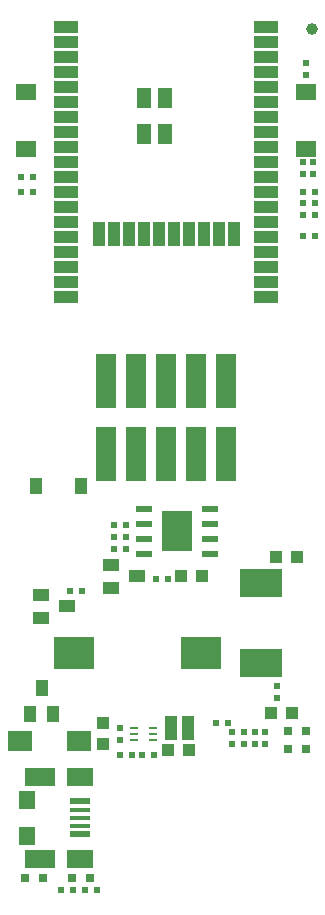
<source format=gbr>
%TF.GenerationSoftware,KiCad,Pcbnew,7.0.9-7.0.9~ubuntu22.04.1*%
%TF.CreationDate,2025-02-21T13:43:35+02:00*%
%TF.ProjectId,ESP32-PoE_Rev_M,45535033-322d-4506-9f45-5f5265765f4d,M*%
%TF.SameCoordinates,PX55f9470PYa244870*%
%TF.FileFunction,Paste,Top*%
%TF.FilePolarity,Positive*%
%FSLAX46Y46*%
G04 Gerber Fmt 4.6, Leading zero omitted, Abs format (unit mm)*
G04 Created by KiCad (PCBNEW 7.0.9-7.0.9~ubuntu22.04.1) date 2025-02-21 13:43:35*
%MOMM*%
%LPD*%
G01*
G04 APERTURE LIST*
G04 Aperture macros list*
%AMOutline4P*
0 Free polygon, 4 corners , with rotation*
0 The origin of the aperture is its center*
0 number of corners: always 4*
0 $1 to $8 corner X, Y*
0 $9 Rotation angle, in degrees counterclockwise*
0 create outline with 4 corners*
4,1,4,$1,$2,$3,$4,$5,$6,$7,$8,$1,$2,$9*%
G04 Aperture macros list end*
%ADD10R,2.100000X1.000000*%
%ADD11R,1.000000X2.100000*%
%ADD12R,1.200000X1.800000*%
%ADD13Outline4P,-0.850000X-2.275000X0.850000X-2.275000X0.850000X2.275000X-0.850000X2.275000X0.000000*%
%ADD14R,1.400000X1.000000*%
%ADD15R,1.000000X1.400000*%
%ADD16R,0.550000X0.500000*%
%ADD17R,0.500000X0.550000*%
%ADD18R,0.800000X0.800000*%
%ADD19R,1.016000X1.016000*%
%ADD20R,1.754000X1.327000*%
%ADD21R,1.100000X2.000000*%
%ADD22C,1.000000*%
%ADD23R,3.600000X2.400000*%
%ADD24R,3.400000X2.800000*%
%ADD25R,2.000000X1.700000*%
%ADD26R,1.400000X1.500000*%
%ADD27R,2.500000X1.500000*%
%ADD28R,2.250000X1.500000*%
%ADD29R,1.700000X0.600000*%
%ADD30R,1.700000X0.400000*%
%ADD31R,0.750000X0.230000*%
%ADD32R,1.400000X0.600000*%
%ADD33R,2.600000X3.500000*%
G04 APERTURE END LIST*
D10*
%TO.C,U6*%
X5490000Y78842000D03*
X5490000Y77572000D03*
X5490000Y76302000D03*
X5490000Y75032000D03*
X5490000Y73762000D03*
X5490000Y72492000D03*
X5490000Y71222000D03*
X5490000Y69952000D03*
X5490000Y68682000D03*
X5490000Y67412000D03*
X5490000Y66142000D03*
X5490000Y64872000D03*
X5490000Y63602000D03*
X5490000Y62332000D03*
X5490000Y61062000D03*
X5490000Y59792000D03*
X5490000Y58522000D03*
X5490000Y57252000D03*
X5490000Y55982000D03*
D11*
X8290000Y61332000D03*
X9560000Y61332000D03*
X10830000Y61332000D03*
D12*
X12090000Y72832000D03*
X12090000Y69832000D03*
D11*
X12100000Y61332000D03*
X13370000Y61332000D03*
D12*
X13890000Y72832000D03*
X13890000Y69832000D03*
D11*
X14640000Y61332000D03*
X15910000Y61332000D03*
X17180000Y61332000D03*
X18450000Y61332000D03*
X19720000Y61332000D03*
D10*
X22490000Y78842000D03*
X22490000Y77572000D03*
X22490000Y76302000D03*
X22490000Y75032000D03*
X22490000Y73762000D03*
X22490000Y72492000D03*
X22490000Y71222000D03*
X22490000Y69952000D03*
X22490000Y68682000D03*
X22490000Y67412000D03*
X22490000Y66142000D03*
X22490000Y64872000D03*
X22490000Y63602000D03*
X22490000Y62332000D03*
X22490000Y61062000D03*
X22490000Y59792000D03*
X22490000Y58522000D03*
X22490000Y57252000D03*
X22490000Y55982000D03*
%TD*%
D13*
%TO.C,UEXT1*%
X19070000Y42692000D03*
X19070000Y48942000D03*
X16530000Y42692000D03*
X16530000Y48942000D03*
X13990000Y42692000D03*
X13990000Y48942000D03*
X11450000Y42692000D03*
X11450000Y48942000D03*
X8910000Y42692000D03*
X8910000Y48942000D03*
%TD*%
D14*
%TO.C,D2*%
X3365000Y30765000D03*
X3365000Y28865000D03*
X5565000Y29815000D03*
%TD*%
D15*
%TO.C,FET2*%
X2499040Y20671000D03*
X4401500Y20671000D03*
X3446460Y22880800D03*
%TD*%
D16*
%TO.C,R48*%
X26436000Y66391000D03*
X26436000Y67407000D03*
%TD*%
%TO.C,R47*%
X25801000Y74773000D03*
X25801000Y75789000D03*
%TD*%
D17*
%TO.C,R39*%
X26563000Y61184000D03*
X25547000Y61184000D03*
%TD*%
%TO.C,R32*%
X1671000Y66137000D03*
X2687000Y66137000D03*
%TD*%
%TO.C,R31*%
X26563000Y63978000D03*
X25547000Y63978000D03*
%TD*%
%TO.C,R4*%
X1671000Y64867000D03*
X2687000Y64867000D03*
%TD*%
%TO.C,R8*%
X8148000Y5812000D03*
X7132000Y5812000D03*
%TD*%
D18*
%TO.C,CHRG1*%
X7513000Y6828000D03*
X5989000Y6828000D03*
%TD*%
D17*
%TO.C,R5*%
X5100000Y5812000D03*
X6116000Y5812000D03*
%TD*%
D16*
%TO.C,R13*%
X21483000Y19147000D03*
X21483000Y18131000D03*
%TD*%
D17*
%TO.C,R44*%
X25547000Y62962000D03*
X26563000Y62962000D03*
%TD*%
D16*
%TO.C,R25*%
X23388000Y22068000D03*
X23388000Y23084000D03*
%TD*%
D19*
%TO.C,C21*%
X24683400Y20798000D03*
X22905400Y20798000D03*
%TD*%
%TO.C,C22*%
X15895000Y17623000D03*
X14117000Y17623000D03*
%TD*%
D17*
%TO.C,R33*%
X13101000Y32101000D03*
X14117000Y32101000D03*
%TD*%
D14*
%TO.C,FET1*%
X9326560Y33304960D03*
X9326560Y31402500D03*
X11536360Y32357540D03*
%TD*%
D15*
%TO.C,D9*%
X6746000Y39975000D03*
X2946000Y39975000D03*
%TD*%
D19*
%TO.C,C12*%
X17038000Y32355000D03*
X15260000Y32355000D03*
%TD*%
D20*
%TO.C,RST1*%
X2171000Y73353000D03*
X2171000Y68573000D03*
%TD*%
D17*
%TO.C,C23*%
X9545000Y35657000D03*
X10561000Y35657000D03*
%TD*%
%TO.C,R34*%
X10561000Y36673000D03*
X9545000Y36673000D03*
%TD*%
%TO.C,R38*%
X9545000Y34641000D03*
X10561000Y34641000D03*
%TD*%
D21*
%TO.C,L2*%
X15833000Y19528000D03*
X14433000Y19528000D03*
%TD*%
D17*
%TO.C,R36*%
X26563000Y64867000D03*
X25547000Y64867000D03*
%TD*%
D22*
%TO.C,FID2*%
X26309000Y78710000D03*
%TD*%
D16*
%TO.C,R49*%
X25547000Y66391000D03*
X25547000Y67407000D03*
%TD*%
D23*
%TO.C,D5*%
X22067200Y25018000D03*
X22067200Y31818000D03*
%TD*%
D17*
%TO.C,R24*%
X6878000Y31085000D03*
X5862000Y31085000D03*
%TD*%
D24*
%TO.C,L4*%
X6227000Y25878000D03*
X16927000Y25878000D03*
%TD*%
D16*
%TO.C,R29*%
X10053000Y19528000D03*
X10053000Y18512000D03*
%TD*%
D17*
%TO.C,R30*%
X11958000Y17242000D03*
X12974000Y17242000D03*
%TD*%
D19*
%TO.C,C6*%
X8656000Y19909000D03*
X8656000Y18131000D03*
%TD*%
D25*
%TO.C,D3*%
X6584000Y18385000D03*
X1584000Y18385000D03*
%TD*%
D26*
%TO.C,USB-UART1*%
X2176000Y13408000D03*
X2176000Y10408000D03*
D27*
X3326000Y15408000D03*
X3326000Y8408000D03*
D28*
X6701000Y15408000D03*
X6701000Y8408000D03*
D29*
X6726000Y13308000D03*
D30*
X6726000Y12558000D03*
X6726000Y11908000D03*
X6726000Y11258000D03*
D29*
X6726000Y10508000D03*
%TD*%
D31*
%TO.C,U7*%
X12860000Y18520000D03*
X12860000Y19020000D03*
X12860000Y19520000D03*
X11310000Y18520000D03*
X11310000Y19020000D03*
X11310000Y19520000D03*
%TD*%
D16*
%TO.C,R10*%
X20594000Y19147000D03*
X20594000Y18131000D03*
%TD*%
D17*
%TO.C,C11*%
X18181000Y19909000D03*
X19197000Y19909000D03*
%TD*%
D16*
%TO.C,R12*%
X22372000Y19147000D03*
X22372000Y18131000D03*
%TD*%
D18*
%TO.C,ACT1*%
X25801000Y17750000D03*
X24277000Y17750000D03*
%TD*%
%TO.C,LNK1*%
X25801000Y19274000D03*
X24277000Y19274000D03*
%TD*%
D16*
%TO.C,R11*%
X19578000Y19147000D03*
X19578000Y18131000D03*
%TD*%
D20*
%TO.C,BUT1*%
X25809000Y73353000D03*
X25809000Y68573000D03*
%TD*%
D19*
%TO.C,C24*%
X23311800Y34006000D03*
X25089800Y34006000D03*
%TD*%
D32*
%TO.C,U5*%
X17679000Y34260000D03*
X17679000Y35530000D03*
X17679000Y36800000D03*
X17679000Y38070000D03*
X12079000Y38070000D03*
X12079000Y36800000D03*
X12079000Y35530000D03*
X12079000Y34260000D03*
D33*
X14879000Y36165000D03*
%TD*%
D18*
%TO.C,PWR1*%
X3576000Y6828000D03*
X2052000Y6828000D03*
%TD*%
D17*
%TO.C,C29*%
X11069000Y17242000D03*
X10053000Y17242000D03*
%TD*%
M02*

</source>
